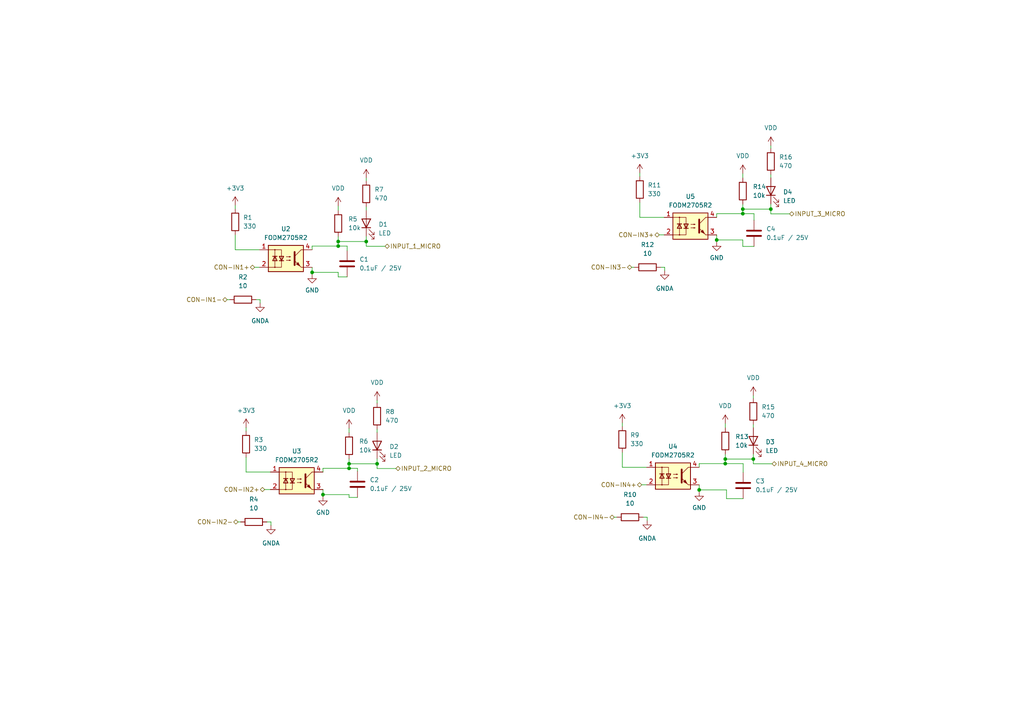
<source format=kicad_sch>
(kicad_sch (version 20230121) (generator eeschema)
  (paper "A4")
  (lib_symbols
    (symbol "Device:C" (pin_numbers hide) (pin_names (offset 0.254))
      (property "Reference" "C" (at 0.635 2.54 0))
      (property "Value" "C" (at 0.635 -2.54 0))
      (symbol "C_0_1"
        (polyline (pts (xy -2.032 -0.762) (xy 2.032 -0.762)) (stroke (width 0.508)))
        (polyline (pts (xy -2.032 0.762) (xy 2.032 0.762)) (stroke (width 0.508)))
      )
      (symbol "C_1_1"
        (pin passive line (at 0 3.81 270) (length 2.794) (name "~") (number "1"))
        (pin passive line (at 0 -3.81 90) (length 2.794) (name "~") (number "2"))
      )
    )
    (symbol "Device:LED" (pin_numbers hide) (pin_names (offset 1.016) hide)
      (property "Reference" "D" (at 0 2.54 0))
      (property "Value" "LED" (at 0 -2.54 0))
      (symbol "LED_0_1"
        (polyline (pts (xy -1.27 -1.27) (xy -1.27 1.27)) (stroke (width 0.254)))
        (polyline (pts (xy -1.27 0) (xy 1.27 0)))
        (polyline (pts (xy 1.27 -1.27) (xy 1.27 1.27) (xy -1.27 0) (xy 1.27 -1.27)) (stroke (width 0.254)))
        (polyline (pts (xy -3.048 -0.762) (xy -4.572 -2.286) (xy -3.81 -2.286) (xy -4.572 -2.286) (xy -4.572 -1.524)))
        (polyline (pts (xy -1.778 -0.762) (xy -3.302 -2.286) (xy -2.54 -2.286) (xy -3.302 -2.286) (xy -3.302 -1.524)))
      )
      (symbol "LED_1_1"
        (pin passive line (at -3.81 0 0) (length 2.54) (name "K") (number "1"))
        (pin passive line (at 3.81 0 180) (length 2.54) (name "A") (number "2"))
      )
    )
    (symbol "Device:R" (pin_numbers hide) (pin_names (offset 0))
      (property "Reference" "R" (at 2.032 0 90))
      (property "Value" "R" (at 0 0 90))
      (symbol "R_0_1"
        (rectangle (start -1.016 -2.54) (end 1.016 2.54) (stroke (width 0.254)))
      )
      (symbol "R_1_1"
        (pin passive line (at 0 3.81 270) (length 1.27) (name "~") (number "1"))
        (pin passive line (at 0 -3.81 90) (length 1.27) (name "~") (number "2"))
      )
    )
    (symbol "FODM2705_1"
      (property "Reference" "U?" (at -0.0508 13.716 0))
      (property "Value" "FODM2705" (at -0.0508 11.176 0))
      (symbol "FODM2705_1_0_1"
        (rectangle (start -5.1308 8.9408) (end 5.0292 1.3208) (stroke (width 0.254)) (fill (type background)))
        (circle (center -3.2258 2.5908) (radius 0.127))
        (circle (center -3.2258 7.6708) (radius 0.127))
        (polyline (pts (xy -3.8608 5.7658) (xy -2.5908 5.7658)) (stroke (width 0.254)))
        (polyline (pts (xy -3.2258 4.4958) (xy -3.2258 2.5908)))
        (polyline (pts (xy -3.2258 4.4958) (xy -3.2258 7.6708)))
        (polyline (pts (xy -1.9558 4.4958) (xy -0.6858 4.4958)) (stroke (width 0.254)))
        (polyline (pts (xy 2.4892 5.7658) (xy 4.3942 7.6708)))
        (polyline (pts (xy 4.3942 2.5908) (xy 2.4892 4.4958)) (fill (type outline)))
        (polyline (pts (xy 4.3942 2.5908) (xy 5.0292 2.5908)))
        (polyline (pts (xy 4.3942 7.6708) (xy 5.0292 7.6708)))
        (polyline (pts (xy -5.1308 7.6708) (xy -1.3208 7.6708) (xy -1.3208 4.4958)))
        (polyline (pts (xy -1.3208 4.4958) (xy -1.3208 2.5908) (xy -5.1308 2.5908)))
        (polyline (pts (xy 2.4892 7.0358) (xy 2.4892 3.2258) (xy 2.4892 3.2258)) (stroke (width 0.508)))
        (polyline (pts (xy -3.2258 5.7658) (xy -3.8608 4.4958) (xy -2.5908 4.4958) (xy -3.2258 5.7658)) (stroke (width 0.254)))
        (polyline (pts (xy -1.3208 4.4958) (xy -1.9558 5.7658) (xy -0.6858 5.7658) (xy -1.3208 4.4958)) (stroke (width 0.254)))
        (polyline (pts (xy 0.0762 4.6228) (xy 1.3462 4.6228) (xy 0.9652 4.4958) (xy 0.9652 4.7498) (xy 1.3462 4.6228)))
        (polyline (pts (xy 0.0762 5.6388) (xy 1.3462 5.6388) (xy 0.9652 5.5118) (xy 0.9652 5.7658) (xy 1.3462 5.6388)))
        (polyline (pts (xy 2.9972 3.4798) (xy 3.5052 3.9878) (xy 4.0132 2.9718) (xy 2.9972 3.4798) (xy 2.9972 3.4798)) (fill (type outline)))
      )
      (symbol "FODM2705_1_1_1"
        (pin passive line (at -7.6708 7.6708 0) (length 2.54) (name "~") (number "1"))
        (pin passive line (at -7.6708 2.5908 0) (length 2.54) (name "~") (number "2"))
        (pin passive line (at 7.5692 2.5908 180) (length 2.54) (name "~") (number "3"))
        (pin passive line (at 7.5692 7.6708 180) (length 2.54) (name "~") (number "4"))
      )
    )
    (symbol "nuevos simvolos:FODM2705"
      (property "Reference" "U" (at 0 0 0))
      (property "Value" "FODM2705" (at 0 -1.8288 0))
      (symbol "FODM2705_0_1"
        (rectangle (start -5.1308 8.9408) (end 5.0292 1.3208) (stroke (width 0.254)) (fill (type background)))
        (circle (center -3.2258 2.5908) (radius 0.127))
        (circle (center -3.2258 7.6708) (radius 0.127))
        (polyline (pts (xy -3.8608 5.7658) (xy -2.5908 5.7658)) (stroke (width 0.254)))
        (polyline (pts (xy -3.2258 4.4958) (xy -3.2258 2.5908)))
        (polyline (pts (xy -3.2258 4.4958) (xy -3.2258 7.6708)))
        (polyline (pts (xy -1.9558 4.4958) (xy -0.6858 4.4958)) (stroke (width 0.254)))
        (polyline (pts (xy 2.4892 5.7658) (xy 4.3942 7.6708)))
        (polyline (pts (xy 4.3942 2.5908) (xy 2.4892 4.4958)) (fill (type outline)))
        (polyline (pts (xy 4.3942 2.5908) (xy 5.0292 2.5908)))
        (polyline (pts (xy 4.3942 7.6708) (xy 5.0292 7.6708)))
        (polyline (pts (xy -5.1308 7.6708) (xy -1.3208 7.6708) (xy -1.3208 4.4958)))
        (polyline (pts (xy -1.3208 4.4958) (xy -1.3208 2.5908) (xy -5.1308 2.5908)))
        (polyline (pts (xy 2.4892 7.0358) (xy 2.4892 3.2258) (xy 2.4892 3.2258)) (stroke (width 0.508)))
        (polyline (pts (xy -3.2258 5.7658) (xy -3.8608 4.4958) (xy -2.5908 4.4958) (xy -3.2258 5.7658)) (stroke (width 0.254)))
        (polyline (pts (xy -1.3208 4.4958) (xy -1.9558 5.7658) (xy -0.6858 5.7658) (xy -1.3208 4.4958)) (stroke (width 0.254)))
        (polyline (pts (xy 0.0762 4.6228) (xy 1.3462 4.6228) (xy 0.9652 4.4958) (xy 0.9652 4.7498) (xy 1.3462 4.6228)))
        (polyline (pts (xy 0.0762 5.6388) (xy 1.3462 5.6388) (xy 0.9652 5.5118) (xy 0.9652 5.7658) (xy 1.3462 5.6388)))
        (polyline (pts (xy 2.9972 3.4798) (xy 3.5052 3.9878) (xy 4.0132 2.9718) (xy 2.9972 3.4798) (xy 2.9972 3.4798)) (fill (type outline)))
      )
      (symbol "FODM2705_1_1"
        (pin passive line (at -7.6708 7.6708 0) (length 2.54) (name "~") (number "1"))
        (pin passive line (at -7.6708 2.5908 0) (length 2.54) (name "~") (number "2"))
        (pin passive line (at 7.5692 2.5908 180) (length 2.54) (name "~") (number "3"))
        (pin passive line (at 7.5692 7.6708 180) (length 2.54) (name "~") (number "4"))
      )
    )
    (symbol "power:+3V3" (power) (pin_names (offset 0))
      (property "Value" "+3V3" (at 0 3.556 0))
      (symbol "+3V3_0_1"
        (polyline (pts (xy -0.762 1.27) (xy 0 2.54)))
        (polyline (pts (xy 0 0) (xy 0 2.54)))
        (polyline (pts (xy 0 2.54) (xy 0.762 1.27)))
      )
      (symbol "+3V3_1_1"
        (pin power_in line (at 0 0 90) (length 0) hide (name "+3V3") (number "1"))
      )
    )
    (symbol "power:GND" (power) (pin_names (offset 0))
      (property "Value" "GND" (at 0 -3.81 0))
      (symbol "GND_0_1"
        (polyline (pts (xy 0 0) (xy 0 -1.27) (xy 1.27 -1.27) (xy 0 -2.54) (xy -1.27 -1.27) (xy 0 -1.27)))
      )
      (symbol "GND_1_1"
        (pin power_in line (at 0 0 270) (length 0) hide (name "GND") (number "1"))
      )
    )
    (symbol "power:GNDA" (power) (pin_names (offset 0))
      (property "Value" "GNDA" (at 0 -3.81 0))
      (symbol "GNDA_0_1"
        (polyline (pts (xy 0 0) (xy 0 -1.27) (xy 1.27 -1.27) (xy 0 -2.54) (xy -1.27 -1.27) (xy 0 -1.27)))
      )
      (symbol "GNDA_1_1"
        (pin power_in line (at 0 0 270) (length 0) hide (name "GNDA") (number "1"))
      )
    )
    (symbol "power:VDD" (power) (pin_names (offset 0))
      (property "Value" "VDD" (at 0 3.81 0))
      (symbol "VDD_0_1"
        (polyline (pts (xy -0.762 1.27) (xy 0 2.54)))
        (polyline (pts (xy 0 0) (xy 0 2.54)))
        (polyline (pts (xy 0 2.54) (xy 0.762 1.27)))
      )
      (symbol "VDD_1_1"
        (pin power_in line (at 0 0 90) (length 0) hide (name "VDD") (number "1"))
      )
    )
  )
  (junction (at 93.6752 143.4592))
  (junction (at 207.8736 69.596))
  (junction (at 98.0948 71.374))
  (junction (at 101.2444 135.8392))
  (junction (at 109.3724 134.5184))
  (junction (at 215.4428 61.976))
  (junction (at 101.2444 134.5184))
  (junction (at 202.7936 142.0876))
  (junction (at 210.3628 133.1468))
  (junction (at 106.2228 70.0532))
  (junction (at 215.4428 60.6552))
  (junction (at 98.0948 70.0532))
  (junction (at 210.3628 134.4676))
  (junction (at 90.5256 78.994))
  (junction (at 223.5708 60.6552))
  (junction (at 218.4908 133.1468))
  (wire (pts (xy 191.2112 68.1228) (xy 192.6336 68.1228)))
  (wire (pts (xy 93.6752 143.4592) (xy 101.2444 143.4592)))
  (wire (pts (xy 98.0948 70.0532) (xy 98.0948 71.374)))
  (wire (pts (xy 65.8876 86.9188) (xy 66.6496 86.9188)))
  (wire (pts (xy 73.8632 77.5208) (xy 75.2856 77.5208)))
  (wire (pts (xy 90.5256 77.5208) (xy 90.5256 78.994)))
  (wire (pts (xy 98.0948 59.7916) (xy 98.0948 61.0108)))
  (wire (pts (xy 100.6856 80.3148) (xy 98.0948 80.3148)))
  (wire (pts (xy 93.6752 143.4592) (xy 93.6752 144.018)))
  (wire (pts (xy 223.5708 59.182) (xy 223.5708 60.6552)))
  (wire (pts (xy 106.2228 60.0456) (xy 106.2228 60.96)))
  (wire (pts (xy 218.694 61.976) (xy 215.4428 61.976)))
  (wire (pts (xy 101.2444 135.8392) (xy 93.6752 135.8392)))
  (wire (pts (xy 90.5256 78.994) (xy 90.5256 79.5528)))
  (wire (pts (xy 101.2444 124.2568) (xy 101.2444 125.476)))
  (wire (pts (xy 106.2228 71.4248) (xy 106.2228 70.0532)))
  (wire (pts (xy 101.2444 134.5184) (xy 101.2444 135.8392)))
  (wire (pts (xy 207.8736 61.976) (xy 207.8736 63.0428)))
  (wire (pts (xy 109.3724 124.5108) (xy 109.3724 125.4252)))
  (wire (pts (xy 100.6856 72.6948) (xy 100.6856 71.374)))
  (wire (pts (xy 215.4428 61.976) (xy 207.8736 61.976)))
  (wire (pts (xy 74.2696 86.9188) (xy 75.438 86.9188)))
  (wire (pts (xy 180.4924 122.682) (xy 180.4924 123.6472)))
  (wire (pts (xy 202.7936 142.0876) (xy 210.7184 142.0876)))
  (wire (pts (xy 223.5708 60.6552) (xy 215.4428 60.6552)))
  (wire (pts (xy 68.2244 59.5884) (xy 68.2244 60.5536)))
  (wire (pts (xy 207.8736 68.1228) (xy 207.8736 69.596)))
  (wire (pts (xy 223.5708 62.0268) (xy 223.5708 60.6552)))
  (wire (pts (xy 202.7936 134.4676) (xy 202.7936 135.5344)))
  (wire (pts (xy 78.5876 151.384) (xy 78.5876 152.3492)))
  (wire (pts (xy 98.0948 71.374) (xy 90.5256 71.374)))
  (wire (pts (xy 215.5444 134.4676) (xy 210.3628 134.4676)))
  (wire (pts (xy 90.5256 78.994) (xy 98.0948 78.994)))
  (wire (pts (xy 223.5708 50.6476) (xy 223.5708 51.562)))
  (wire (pts (xy 93.6752 135.8392) (xy 93.6752 136.906)))
  (wire (pts (xy 114.808 135.89) (xy 109.3724 135.89)))
  (wire (pts (xy 98.0948 80.3148) (xy 98.0948 78.994)))
  (wire (pts (xy 218.4908 133.1468) (xy 210.3628 133.1468)))
  (wire (pts (xy 101.2444 133.096) (xy 101.2444 134.5184)))
  (wire (pts (xy 77.4192 151.384) (xy 78.5876 151.384)))
  (wire (pts (xy 69.0372 151.384) (xy 69.7992 151.384)))
  (wire (pts (xy 218.694 63.8556) (xy 218.694 61.976)))
  (wire (pts (xy 207.8736 69.596) (xy 215.4428 69.596)))
  (wire (pts (xy 78.4352 136.906) (xy 71.374 136.906)))
  (wire (pts (xy 68.2244 72.4408) (xy 68.2244 68.1736)))
  (wire (pts (xy 71.374 124.0536) (xy 71.374 125.0188)))
  (wire (pts (xy 185.5724 63.0428) (xy 185.5724 58.7756)))
  (wire (pts (xy 187.706 150.0124) (xy 187.706 150.9776)))
  (wire (pts (xy 186.1312 140.6144) (xy 187.5536 140.6144)))
  (wire (pts (xy 210.7184 144.6276) (xy 210.7184 142.0876)))
  (wire (pts (xy 75.2856 72.4408) (xy 68.2244 72.4408)))
  (wire (pts (xy 101.2444 144.272) (xy 101.2444 143.4592)))
  (wire (pts (xy 187.5536 135.5344) (xy 180.4924 135.5344)))
  (wire (pts (xy 103.6828 135.8392) (xy 101.2444 135.8392)))
  (wire (pts (xy 76.7588 141.986) (xy 78.4352 141.986)))
  (wire (pts (xy 186.5376 150.0124) (xy 187.706 150.0124)))
  (wire (pts (xy 202.7936 142.0876) (xy 202.7936 142.6464)))
  (wire (pts (xy 218.4908 131.6736) (xy 218.4908 133.1468)))
  (wire (pts (xy 215.4428 50.3936) (xy 215.4428 51.6128)))
  (wire (pts (xy 185.5724 50.1904) (xy 185.5724 51.1556)))
  (wire (pts (xy 109.3724 133.0452) (xy 109.3724 134.5184)))
  (wire (pts (xy 202.7936 140.6144) (xy 202.7936 142.0876)))
  (wire (pts (xy 93.6752 141.986) (xy 93.6752 143.4592)))
  (wire (pts (xy 98.0948 68.6308) (xy 98.0948 70.0532)))
  (wire (pts (xy 210.3628 122.8852) (xy 210.3628 124.1044)))
  (wire (pts (xy 106.2228 68.58) (xy 106.2228 70.0532)))
  (wire (pts (xy 100.6856 71.374) (xy 98.0948 71.374)))
  (wire (pts (xy 218.4908 114.7572) (xy 218.4908 115.5192)))
  (wire (pts (xy 207.8736 69.596) (xy 207.8736 70.1548)))
  (wire (pts (xy 215.5444 144.6276) (xy 210.7184 144.6276)))
  (wire (pts (xy 223.9264 134.5184) (xy 218.4908 134.5184)))
  (wire (pts (xy 192.786 77.5208) (xy 192.786 78.486)))
  (wire (pts (xy 223.5708 42.2656) (xy 223.5708 43.0276)))
  (wire (pts (xy 106.2228 70.0532) (xy 98.0948 70.0532)))
  (wire (pts (xy 215.4428 59.2328) (xy 215.4428 60.6552)))
  (wire (pts (xy 229.0064 62.0268) (xy 223.5708 62.0268)))
  (wire (pts (xy 210.3628 131.7244) (xy 210.3628 133.1468)))
  (wire (pts (xy 215.4428 71.4756) (xy 215.4428 69.596)))
  (wire (pts (xy 109.3724 116.1288) (xy 109.3724 116.8908)))
  (wire (pts (xy 178.1556 150.0124) (xy 178.9176 150.0124)))
  (wire (pts (xy 210.3628 134.4676) (xy 202.7936 134.4676)))
  (wire (pts (xy 75.438 86.9188) (xy 75.438 87.884)))
  (wire (pts (xy 111.6584 71.4248) (xy 106.2228 71.4248)))
  (wire (pts (xy 210.3628 133.1468) (xy 210.3628 134.4676)))
  (wire (pts (xy 109.3724 134.5184) (xy 101.2444 134.5184)))
  (wire (pts (xy 192.6336 63.0428) (xy 185.5724 63.0428)))
  (wire (pts (xy 103.6828 144.272) (xy 101.2444 144.272)))
  (wire (pts (xy 183.2356 77.5208) (xy 183.9976 77.5208)))
  (wire (pts (xy 215.4428 60.6552) (xy 215.4428 61.976)))
  (wire (pts (xy 106.2228 51.6636) (xy 106.2228 52.4256)))
  (wire (pts (xy 90.5256 71.374) (xy 90.5256 72.4408)))
  (wire (pts (xy 191.6176 77.5208) (xy 192.786 77.5208)))
  (wire (pts (xy 215.5444 137.0076) (xy 215.5444 134.4676)))
  (wire (pts (xy 218.4908 134.5184) (xy 218.4908 133.1468)))
  (wire (pts (xy 180.4924 135.5344) (xy 180.4924 131.2672)))
  (wire (pts (xy 218.694 71.4756) (xy 215.4428 71.4756)))
  (wire (pts (xy 109.3724 135.89) (xy 109.3724 134.5184)))
  (wire (pts (xy 71.374 136.906) (xy 71.374 132.6388)))
  (wire (pts (xy 218.4908 123.1392) (xy 218.4908 124.0536)))
  (wire (pts (xy 103.6828 136.652) (xy 103.6828 135.8392)))
  (hierarchical_label "CON-IN4+" (shape bidirectional) (at 186.1312 140.6144 180))
  (hierarchical_label "INPUT_3_MICRO" (shape bidirectional) (at 229.0064 62.0268 0))
  (hierarchical_label "CON-IN2+" (shape bidirectional) (at 76.7588 141.986 180))
  (hierarchical_label "INPUT_1_MICRO" (shape bidirectional) (at 111.6584 71.4248 0))
  (hierarchical_label "CON-IN3-" (shape bidirectional) (at 183.2356 77.5208 180))
  (hierarchical_label "INPUT_4_MICRO" (shape bidirectional) (at 223.9264 134.5184 0))
  (hierarchical_label "CON-IN2-" (shape bidirectional) (at 69.0372 151.384 180))
  (hierarchical_label "CON-IN1-" (shape bidirectional) (at 65.8876 86.9188 180))
  (hierarchical_label "INPUT_2_MICRO" (shape bidirectional) (at 114.808 135.89 0))
  (hierarchical_label "CON-IN1+" (shape bidirectional) (at 73.8632 77.5208 180))
  (hierarchical_label "CON-IN4-" (shape bidirectional) (at 178.1556 150.0124 180))
  (hierarchical_label "CON-IN3+" (shape bidirectional) (at 191.2112 68.1228 180))
  (symbol (lib_id "Device:LED") (at 223.5708 55.372 90) (unit 1)
    (property "Reference" "D4" (at 227.1268 55.6894 90) (effects (justify right)))
    (property "Value" "LED" (at 227.1268 58.2294 90) (effects (justify right)))
    (property "Footprint" "LED_SMD:LED_0805_2012Metric" (effects hide))
    (property "Part_Number" "NCD0805R1" (effects hide))
  )
  (symbol (lib_id "power:VDD") (at 218.4908 114.7572 0) (unit 1)
    (property "Reference" "#PWR0111" (effects hide))
    (property "Value" "VDD" (at 218.4908 109.5756 0))
  )
  (symbol (lib_id "Device:R") (at 101.2444 129.286 0) (unit 1)
    (property "Reference" "R6" (at 104.14 128.0159 0) (effects (justify left)))
    (property "Value" "10k" (at 104.14 130.5559 0) (effects (justify left)))
    (property "Footprint" "Resistor_SMD:R_0805_2012Metric" (effects hide))
    (property "Part_Number" "0805W8F1002T5E" (effects hide))
  )
  (symbol (lib_id "Device:R") (at 180.4924 127.4572 0) (unit 1)
    (property "Reference" "R9" (at 182.7784 126.1871 0) (effects (justify left)))
    (property "Value" "330" (at 182.7784 128.7271 0) (effects (justify left)))
    (property "Footprint" "Resistor_SMD:R_0805_2012Metric" (effects hide))
    (property "Part_Number" "0805W8F3300T5E" (effects hide))
  )
  (symbol (lib_id "Device:LED") (at 218.4908 127.8636 90) (unit 1)
    (property "Reference" "D3" (at 222.0468 128.181 90) (effects (justify right)))
    (property "Value" "LED" (at 222.0468 130.721 90) (effects (justify right)))
    (property "Footprint" "LED_SMD:LED_0805_2012Metric" (effects hide))
    (property "Part_Number" "NCD0805R1" (effects hide))
  )
  (symbol (lib_id "power:GNDA") (at 187.706 150.9776 0) (unit 1)
    (property "Reference" "#PWR0106" (effects hide))
    (property "Value" "GNDA" (at 187.706 156.1592 0))
  )
  (symbol (lib_id "power:GND") (at 90.5256 79.5528 0) (unit 1)
    (property "Reference" "#PWR0116" (effects hide))
    (property "Value" "GND" (at 90.5256 84.1756 0))
  )
  (symbol (lib_id "power:+3V3") (at 180.4924 122.682 0) (unit 1)
    (property "Reference" "#PWR0109" (effects hide))
    (property "Value" "+3V3" (at 180.4924 117.7036 0))
  )
  (symbol (lib_id "Device:C") (at 103.6828 140.462 0) (unit 1)
    (property "Reference" "C2" (at 107.2388 139.1919 0) (effects (justify left)))
    (property "Value" "0.1uF / 25V" (at 107.2388 141.7319 0) (effects (justify left)))
    (property "Footprint" "Capacitor_SMD:C_0805_2012Metric" (effects hide))
    (property "Part_Number" "CC0805KRX7R9BB104" (effects hide))
  )
  (symbol (lib_id "Device:R") (at 187.8076 77.5208 270) (unit 1)
    (property "Reference" "R12" (at 187.8076 70.9676 90))
    (property "Value" "10" (at 187.8076 73.5076 90))
    (property "Footprint" "Resistor_SMD:R_0805_2012Metric" (effects hide))
    (property "Part_Number" "0805W8F100JT5E" (effects hide))
  )
  (symbol (lib_id "power:GND") (at 207.8736 70.1548 0) (unit 1)
    (property "Reference" "#PWR0101" (effects hide))
    (property "Value" "GND" (at 207.8736 74.7776 0))
  )
  (symbol (lib_id "power:VDD") (at 106.2228 51.6636 0) (unit 1)
    (property "Reference" "#PWR0118" (effects hide))
    (property "Value" "VDD" (at 106.2228 46.482 0))
  )
  (symbol (lib_id "Device:R") (at 215.4428 55.4228 0) (unit 1)
    (property "Reference" "R14" (at 218.3384 54.1527 0) (effects (justify left)))
    (property "Value" "10k" (at 218.3384 56.6927 0) (effects (justify left)))
    (property "Footprint" "Resistor_SMD:R_0805_2012Metric" (effects hide))
    (property "Part_Number" "0805W8F1002T5E" (effects hide))
  )
  (symbol (lib_id "power:VDD") (at 215.4428 50.3936 0) (unit 1)
    (property "Reference" "#PWR0159" (effects hide))
    (property "Value" "VDD" (at 215.4428 45.212 0))
  )
  (symbol (lib_id "power:GNDA") (at 192.786 78.486 0) (unit 1)
    (property "Reference" "#PWR0104" (effects hide))
    (property "Value" "GNDA" (at 192.786 83.6676 0))
  )
  (symbol (lib_id "power:VDD") (at 210.3628 122.8852 0) (unit 1)
    (property "Reference" "#PWR0112" (effects hide))
    (property "Value" "VDD" (at 210.3628 117.7036 0))
  )
  (symbol (lib_id "Device:LED") (at 106.2228 64.77 90) (unit 1)
    (property "Reference" "D1" (at 109.7788 65.0874 90) (effects (justify right)))
    (property "Value" "LED" (at 109.7788 67.6274 90) (effects (justify right)))
    (property "Footprint" "LED_SMD:LED_0805_2012Metric" (effects hide))
    (property "Part_Number" "NCD0805R1" (effects hide))
  )
  (symbol (lib_id "power:VDD") (at 101.2444 124.2568 0) (unit 1)
    (property "Reference" "#PWR0107" (effects hide))
    (property "Value" "VDD" (at 101.2444 119.0752 0))
  )
  (symbol (lib_id "Device:R") (at 109.3724 120.7008 0) (unit 1)
    (property "Reference" "R8" (at 111.76 119.4307 0) (effects (justify left)))
    (property "Value" "470" (at 111.76 121.9707 0) (effects (justify left)))
    (property "Footprint" "Resistor_SMD:R_0805_2012Metric" (effects hide))
    (property "Part_Number" "0805W8F4700T5E" (effects hide))
  )
  (symbol (lib_id "Device:C") (at 215.5444 140.8176 0) (unit 1)
    (property "Reference" "C3" (at 219.1004 139.5475 0) (effects (justify left)))
    (property "Value" "0.1uF / 25V" (at 219.1004 142.0875 0) (effects (justify left)))
    (property "Footprint" "Capacitor_SMD:C_0805_2012Metric" (effects hide))
    (property "Part_Number" "CC0805KRX7R9BB104" (effects hide))
  )
  (symbol (lib_id "Device:R") (at 223.5708 46.8376 0) (unit 1)
    (property "Reference" "R16" (at 225.9584 45.5675 0) (effects (justify left)))
    (property "Value" "470" (at 225.9584 48.1075 0) (effects (justify left)))
    (property "Footprint" "Resistor_SMD:R_0805_2012Metric" (effects hide))
    (property "Part_Number" "0805W8F4700T5E" (effects hide))
  )
  (symbol (lib_id "nuevos simvolos:FODM2705") (at 195.2244 143.2052 0) (unit 1)
    (property "Reference" "U4" (at 195.1736 129.4892 0))
    (property "Value" "FODM2705R2" (at 195.1736 132.0292 0))
    (property "Footprint" "nuevo simbolo:FODM2705" (effects hide))
    (property "Part_Number" "FODM2705R2" (effects hide))
  )
  (symbol (lib_id "Device:R") (at 185.5724 54.9656 0) (unit 1)
    (property "Reference" "R11" (at 187.8584 53.6955 0) (effects (justify left)))
    (property "Value" "330" (at 187.8584 56.2355 0) (effects (justify left)))
    (property "Footprint" "Resistor_SMD:R_0805_2012Metric" (effects hide))
    (property "Part_Number" "0805W8F3300T5E" (effects hide))
  )
  (symbol (lib_id "Device:R") (at 68.2244 64.3636 0) (unit 1)
    (property "Reference" "R1" (at 70.5104 63.0935 0) (effects (justify left)))
    (property "Value" "330" (at 70.5104 65.6335 0) (effects (justify left)))
    (property "Footprint" "Resistor_SMD:R_0805_2012Metric" (effects hide))
    (property "Part_Number" "0805W8F3300T5E" (effects hide))
  )
  (symbol (lib_id "power:+3V3") (at 185.5724 50.1904 0) (unit 1)
    (property "Reference" "#PWR0119" (effects hide))
    (property "Value" "+3V3" (at 185.5724 45.212 0))
  )
  (symbol (lib_id "Device:R") (at 73.6092 151.384 270) (unit 1)
    (property "Reference" "R4" (at 73.6092 144.8308 90))
    (property "Value" "10" (at 73.6092 147.3708 90))
    (property "Footprint" "Resistor_SMD:R_0805_2012Metric" (effects hide))
    (property "Part_Number" "0805W8F100JT5E" (effects hide))
  )
  (symbol (lib_id "Device:R") (at 218.4908 119.3292 0) (unit 1)
    (property "Reference" "R15" (at 220.8784 118.0591 0) (effects (justify left)))
    (property "Value" "470" (at 220.8784 120.5991 0) (effects (justify left)))
    (property "Footprint" "Resistor_SMD:R_0805_2012Metric" (effects hide))
    (property "Part_Number" "0805W8F4700T5E" (effects hide))
  )
  (symbol (lib_id "power:+3V3") (at 68.2244 59.5884 0) (unit 1)
    (property "Reference" "#PWR0114" (effects hide))
    (property "Value" "+3V3" (at 68.2244 54.61 0))
  )
  (symbol (lib_id "power:GND") (at 202.7936 142.6464 0) (unit 1)
    (property "Reference" "#PWR0110" (effects hide))
    (property "Value" "GND" (at 202.7936 147.2692 0))
  )
  (symbol (lib_id "Device:C") (at 218.694 67.6656 0) (unit 1)
    (property "Reference" "C4" (at 222.25 66.3955 0) (effects (justify left)))
    (property "Value" "0.1uF / 25V" (at 222.25 68.9355 0) (effects (justify left)))
    (property "Footprint" "Capacitor_SMD:C_0805_2012Metric" (effects hide))
    (property "Part_Number" "CC0805KRX7R9BB104" (effects hide))
  )
  (symbol (lib_id "power:+3V3") (at 71.374 124.0536 0) (unit 1)
    (property "Reference" "#PWR0105" (effects hide))
    (property "Value" "+3V3" (at 71.374 119.0752 0))
  )
  (symbol (lib_name "FODM2705_1") (lib_id "nuevos simvolos:FODM2705") (at 82.9564 80.1116 0) (unit 1)
    (property "Reference" "U2" (at 82.9056 66.3956 0))
    (property "Value" "FODM2705R2" (at 82.9056 68.9356 0))
    (property "Footprint" "nuevo simbolo:FODM2705" (effects hide))
    (property "Part_Number" "FODM2705R2" (effects hide))
  )
  (symbol (lib_id "power:VDD") (at 98.0948 59.7916 0) (unit 1)
    (property "Reference" "#PWR0117" (effects hide))
    (property "Value" "VDD" (at 98.0948 54.61 0))
  )
  (symbol (lib_id "power:VDD") (at 109.3724 116.1288 0) (unit 1)
    (property "Reference" "#PWR0108" (effects hide))
    (property "Value" "VDD" (at 109.3724 110.9472 0))
  )
  (symbol (lib_id "power:GNDA") (at 75.438 87.884 0) (unit 1)
    (property "Reference" "#PWR0120" (effects hide))
    (property "Value" "GNDA" (at 75.438 93.0656 0))
  )
  (symbol (lib_id "Device:R") (at 71.374 128.8288 0) (unit 1)
    (property "Reference" "R3" (at 73.66 127.5587 0) (effects (justify left)))
    (property "Value" "330" (at 73.66 130.0987 0) (effects (justify left)))
    (property "Footprint" "Resistor_SMD:R_0805_2012Metric" (effects hide))
    (property "Part_Number" "0805W8F3300T5E" (effects hide))
  )
  (symbol (lib_id "power:VDD") (at 223.5708 42.2656 0) (unit 1)
    (property "Reference" "#PWR0156" (effects hide))
    (property "Value" "VDD" (at 223.5708 37.084 0))
  )
  (symbol (lib_id "Device:R") (at 70.4596 86.9188 270) (unit 1)
    (property "Reference" "R2" (at 70.4596 80.3656 90))
    (property "Value" "10" (at 70.4596 82.9056 90))
    (property "Footprint" "Resistor_SMD:R_0805_2012Metric" (effects hide))
    (property "Part_Number" "0805W8F100JT5E" (effects hide))
  )
  (symbol (lib_id "nuevos simvolos:FODM2705") (at 200.3044 70.7136 0) (unit 1)
    (property "Reference" "U5" (at 200.2536 56.9976 0))
    (property "Value" "FODM2705R2" (at 200.2536 59.5376 0))
    (property "Footprint" "nuevo simbolo:FODM2705" (effects hide))
    (property "Part_Number" "FODM2705R2" (effects hide))
  )
  (symbol (lib_id "Device:LED") (at 109.3724 129.2352 90) (unit 1)
    (property "Reference" "D2" (at 112.9284 129.5526 90) (effects (justify right)))
    (property "Value" "LED" (at 112.9284 132.0926 90) (effects (justify right)))
    (property "Footprint" "LED_SMD:LED_0805_2012Metric" (effects hide))
    (property "Part_Number" "NCD0805R1" (effects hide))
  )
  (symbol (lib_id "Device:R") (at 182.7276 150.0124 270) (unit 1)
    (property "Reference" "R10" (at 182.7276 143.4592 90))
    (property "Value" "10" (at 182.7276 145.9992 90))
    (property "Footprint" "Resistor_SMD:R_0805_2012Metric" (effects hide))
    (property "Part_Number" "0805W8F100JT5E" (effects hide))
  )
  (symbol (lib_id "Device:C") (at 100.6856 76.5048 0) (unit 1)
    (property "Reference" "C1" (at 104.2416 75.2347 0) (effects (justify left)))
    (property "Value" "0.1uF / 25V" (at 104.2416 77.7747 0) (effects (justify left)))
    (property "Footprint" "Capacitor_SMD:C_0805_2012Metric" (effects hide))
    (property "Part_Number" "CC0805KRX7R9BB104" (effects hide))
  )
  (symbol (lib_id "Device:R") (at 98.0948 64.8208 0) (unit 1)
    (property "Reference" "R5" (at 100.9904 63.5507 0) (effects (justify left)))
    (property "Value" "10k" (at 100.9904 66.0907 0) (effects (justify left)))
    (property "Footprint" "Resistor_SMD:R_0805_2012Metric" (effects hide))
    (property "Part_Number" "0805W8F1002T5E" (effects hide))
  )
  (symbol (lib_id "nuevos simvolos:FODM2705") (at 86.106 144.5768 0) (unit 1)
    (property "Reference" "U3" (at 86.0552 130.8608 0))
    (property "Value" "FODM2705R2" (at 86.0552 133.4008 0))
    (property "Footprint" "nuevo simbolo:FODM2705" (effects hide))
    (property "Part_Number" "FODM2705R2" (effects hide))
  )
  (symbol (lib_id "Device:R") (at 210.3628 127.9144 0) (unit 1)
    (property "Reference" "R13" (at 213.2584 126.6443 0) (effects (justify left)))
    (property "Value" "10k" (at 213.2584 129.1843 0) (effects (justify left)))
    (property "Footprint" "Resistor_SMD:R_0805_2012Metric" (effects hide))
    (property "Part_Number" "0805W8F1002T5E" (effects hide))
  )
  (symbol (lib_id "power:GNDA") (at 78.5876 152.3492 0) (unit 1)
    (property "Reference" "#PWR0113" (effects hide))
    (property "Value" "GNDA" (at 78.5876 157.5308 0))
  )
  (symbol (lib_id "Device:R") (at 106.2228 56.2356 0) (unit 1)
    (property "Reference" "R7" (at 108.6104 54.9655 0) (effects (justify left)))
    (property "Value" "470" (at 108.6104 57.5055 0) (effects (justify left)))
    (property "Footprint" "Resistor_SMD:R_0805_2012Metric" (effects hide))
    (property "Part_Number" "0805W8F4700T5E" (effects hide))
  )
  (symbol (lib_id "power:GND") (at 93.6752 144.018 0) (unit 1)
    (property "Reference" "#PWR0115" (effects hide))
    (property "Value" "GND" (at 93.6752 148.6408 0))
  )
)
</source>
